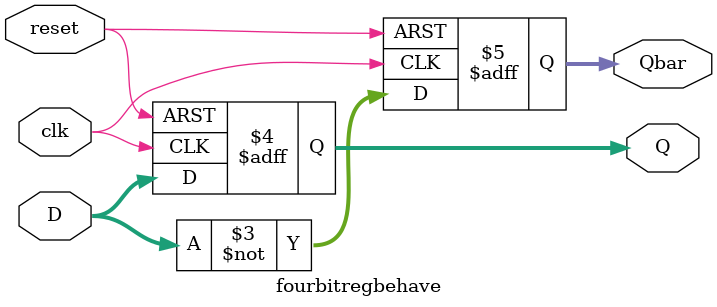
<source format=sv>
`timescale 1ns / 1ps


module fourbitregbehave(
    input logic [3:0] D,
    input clk,
    input reset,
    output logic [3:0] Q,
    output logic [3:0] Qbar

    );
    
    always @(posedge clk, negedge reset) begin
        if (!reset) begin
            Q = 4'b0000;
            Qbar = 4'b1111;      
        end else begin
            Q = D;              
            Qbar = ~D;           
        end
    end
    
    
    
    
    
endmodule

</source>
